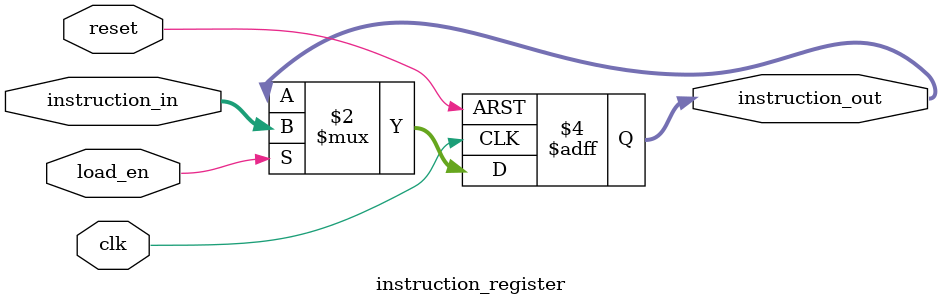
<source format=v>
module instruction_register (
    input wire [31:0] instruction_in,
    input wire clk,
    input wire reset,
    input wire load_en,
    output reg [31:0] instruction_out
);
    always @(posedge clk or posedge reset) begin
        if (reset) begin
            instruction_out <= 32'h00000000; // Initialize instruction_out to 0 on reset
        end else if (load_en) begin
            instruction_out <= instruction_in;
        end
    end

    
endmodule
</source>
